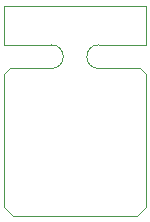
<source format=gbr>
%TF.GenerationSoftware,KiCad,Pcbnew,(6.0.8)*%
%TF.CreationDate,2022-12-19T21:27:52+01:00*%
%TF.ProjectId,Genna,47656e6e-612e-46b6-9963-61645f706362,rev?*%
%TF.SameCoordinates,Original*%
%TF.FileFunction,Profile,NP*%
%FSLAX46Y46*%
G04 Gerber Fmt 4.6, Leading zero omitted, Abs format (unit mm)*
G04 Created by KiCad (PCBNEW (6.0.8)) date 2022-12-19 21:27:52*
%MOMM*%
%LPD*%
G01*
G04 APERTURE LIST*
%TA.AperFunction,Profile*%
%ADD10C,0.100000*%
%TD*%
G04 APERTURE END LIST*
D10*
X128900000Y-74000000D02*
X132400000Y-74000000D01*
X140400000Y-74500000D02*
X139900000Y-74000000D01*
X136400000Y-72000000D02*
G75*
G03*
X136400000Y-74000000I0J-1000000D01*
G01*
X140400000Y-68700000D02*
X128400000Y-68700000D01*
X140400000Y-85750000D02*
X140400000Y-74500000D01*
X128400000Y-74500000D02*
X128400000Y-85750000D01*
X128900000Y-74000000D02*
X128400000Y-74500000D01*
X128400000Y-85750000D02*
X129150000Y-86500000D01*
X129150000Y-86500000D02*
X139650000Y-86500000D01*
X136400000Y-72000000D02*
X140400000Y-72000000D01*
X139650000Y-86500000D02*
X140400000Y-85750000D01*
X132400000Y-74000000D02*
G75*
G03*
X132400000Y-72000000I0J1000000D01*
G01*
X139900000Y-74000000D02*
X136400000Y-74000000D01*
X140400000Y-72000000D02*
X140400000Y-68700000D01*
X128400000Y-68700000D02*
X128400000Y-72000000D01*
X132400000Y-72000000D02*
X128400000Y-72000000D01*
M02*

</source>
